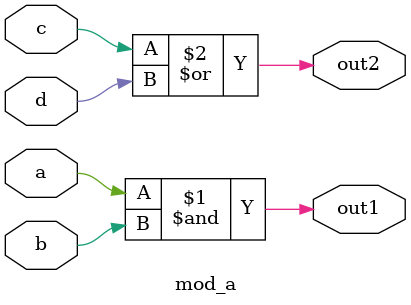
<source format=sv>
module mod_a (
	input 	a, b, c, d,
	output	out1, out2
);

	assign out1 = a & b;
	assign out2 = c | d;

endmodule

</source>
